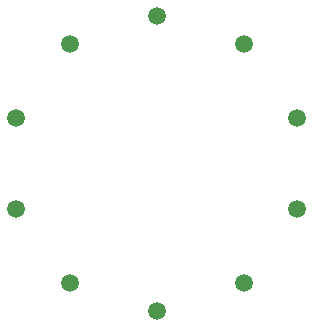
<source format=gbr>
%TF.GenerationSoftware,KiCad,Pcbnew,(7.0.0)*%
%TF.CreationDate,2023-04-25T13:05:00+01:00*%
%TF.ProjectId,BreakawayConnector_2,42726561-6b61-4776-9179-436f6e6e6563,rev?*%
%TF.SameCoordinates,Original*%
%TF.FileFunction,Soldermask,Bot*%
%TF.FilePolarity,Negative*%
%FSLAX46Y46*%
G04 Gerber Fmt 4.6, Leading zero omitted, Abs format (unit mm)*
G04 Created by KiCad (PCBNEW (7.0.0)) date 2023-04-25 13:05:00*
%MOMM*%
%LPD*%
G01*
G04 APERTURE LIST*
%ADD10C,1.500000*%
G04 APERTURE END LIST*
D10*
%TO.C,J2*%
X100000000Y-112500000D03*
X92652700Y-110112700D03*
X88111800Y-103862700D03*
X88111800Y-96137300D03*
X92652700Y-89887300D03*
X100000000Y-87500000D03*
X107347300Y-89887300D03*
X111888200Y-96137300D03*
X111888200Y-103862700D03*
X107347300Y-110112700D03*
%TD*%
M02*

</source>
